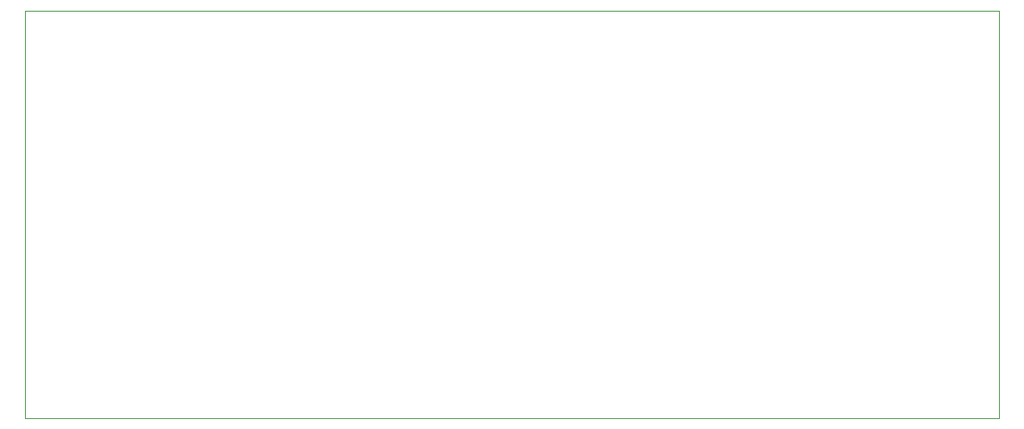
<source format=gbr>
%TF.GenerationSoftware,KiCad,Pcbnew,7.0.2-0*%
%TF.CreationDate,2024-03-04T00:44:33-08:00*%
%TF.ProjectId,EE156_4_Layer,45453135-365f-4345-9f4c-617965722e6b,rev?*%
%TF.SameCoordinates,Original*%
%TF.FileFunction,Profile,NP*%
%FSLAX46Y46*%
G04 Gerber Fmt 4.6, Leading zero omitted, Abs format (unit mm)*
G04 Created by KiCad (PCBNEW 7.0.2-0) date 2024-03-04 00:44:33*
%MOMM*%
%LPD*%
G01*
G04 APERTURE LIST*
%TA.AperFunction,Profile*%
%ADD10C,0.100000*%
%TD*%
G04 APERTURE END LIST*
D10*
X155000000Y-87000000D02*
X254000000Y-87000000D01*
X254000000Y-128500000D01*
X155000000Y-128500000D01*
X155000000Y-87000000D01*
M02*

</source>
